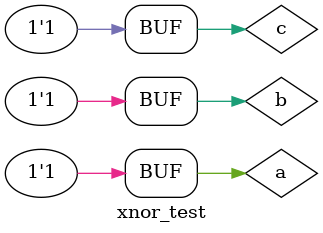
<source format=v>
`timescale 1ns / 1ps


module xnor_test;

	// Inputs
	reg a;
	reg b;
	reg c;

	// Outputs
	wire f;

	// Instantiate the Unit Under Test (UUT)
	xnor_circuit uut (a,b,c,f);

	initial begin
		// Initialize Inputs
		a = 0; b = 0; c = 0;
		
		#100 a = 0; b = 0; c = 1;
		
		#100 a = 0; b = 1; c = 0;
		
		#100 a = 0; b = 1; c = 1;
		
		#100 a = 1; b = 0; c = 0;
		
		#100 a = 1; b = 0; c = 1;
		
		#100 a = 1; b = 1; c = 0;
		
		#100 a = 1; b = 1; c = 1;

	end
      
endmodule


</source>
